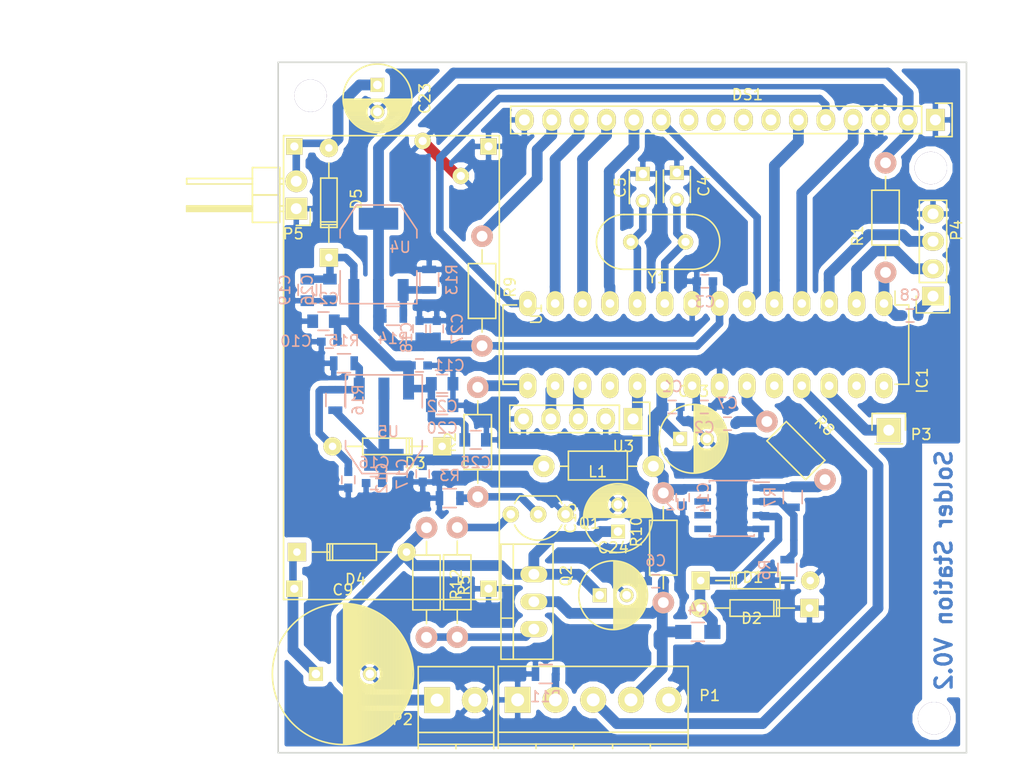
<source format=kicad_pcb>
(kicad_pcb (version 4) (host pcbnew no-vcs-found-product)
  (layers (0 F.Cu signal) (31 B.Cu mixed) (34 B.Paste user) (35 F.Paste user) (36 B.SilkS user) (37 F.SilkS user) (38 B.Mask user) (39 F.Mask user) (44 Edge.Cuts user))
  (net 0 "")
  (net 1 "Net-(C2-Pad1)")
  (net 2 +5V)
  (net 3 "Net-(DS1-Pad15)")
  (net 4 "Net-(Q1-Pad2)")
  (net 5 "Net-(R6-Pad1)")
  (net 6 "Net-(R7-Pad1)")
  (net 7 AVcc)
  (net 8 +24V)
  (net 9 "Net-(D1-Pad1)")
  (net 10 "Net-(C4-Pad2)")
  (net 11 "Net-(C5-Pad2)")
  (net 12 "Net-(C8-Pad2)")
  (net 13 "Net-(IC1-Pad26)")
  (net 14 GND)
  (net 15 /Tip)
  (net 16 /DTR)
  (net 17 /LCD_RS)
  (net 18 /LCD_RW)
  (net 19 /LCD_E)
  (net 20 /LCD_D4)
  (net 21 /LCD_D5)
  (net 22 /LCD_D6)
  (net 23 /LCD_D7)
  (net 24 /RX)
  (net 25 /TX)
  (net 26 /Heater+)
  (net 27 /Temp_sense)
  (net 28 /Heater_PWM)
  (net 29 /Button_push)
  (net 30 /Rotary_B)
  (net 31 /Rotary_A)
  (net 32 /Button_connected)
  (net 33 "Net-(Q2-Pad1)")
  (net 34 "Net-(Q1-Pad3)")
  (net 35 +12V)
  (net 36 +5VA)
  (net 37 "Net-(R13-Pad1)")
  (net 38 "Net-(C12-Pad1)")
  (net 39 +12VA)
  (net 40 "Net-(C9-Pad1)")
  (module TO_SOT_Packages_SMD:SOT-223 (layer B.Cu) (at 114.3 97.548)
    (fp_text reference U5 (at 0.4 0.698) (layer B.SilkS) (effects (justify mirror)))
    (fp_text value AMS1117)
    (pad 4 smd rect (at 0 3.302) (size 3.6576 2.032) (layers B.Cu B.Paste B.Mask) (net 36 +5VA))
    (pad 2 smd rect (at 0 -3.302) (size 1.016 2.032) (layers B.Cu B.Paste B.Mask) (net 36 +5VA))
    (pad 3 smd rect (at 2.286 -3.302) (size 1.016 2.032) (layers B.Cu B.Paste B.Mask) (net 39 +12VA))
    (pad 1 smd rect (at -2.286 -3.302) (size 1.016 2.032) (layers B.Cu B.Paste B.Mask) (net 38 "Net-(C12-Pad1)"))
  )
  (module TO_SOT_Packages_SMD:SOT-223 (layer B.Cu) (at 113.8 81.802 180)
    (fp_text reference U4 (at -2 0.652 180) (layer B.SilkS) (effects (justify mirror)))
    (fp_text value AMS1117)
    (pad 4 smd rect (at 0 3.302 180) (size 3.6576 2.032) (layers B.Cu B.Paste B.Mask) (net 2 +5V))
    (pad 2 smd rect (at 0 -3.302 180) (size 1.016 2.032) (layers B.Cu B.Paste B.Mask) (net 2 +5V))
    (pad 3 smd rect (at 2.286 -3.302 180) (size 1.016 2.032) (layers B.Cu B.Paste B.Mask) (net 39 +12VA))
    (pad 1 smd rect (at -2.286 -3.302 180) (size 1.016 2.032) (layers B.Cu B.Paste B.Mask) (net 37 "Net-(R13-Pad1)"))
  )
  (module Capacitors_SMD:C_0805 (layer B.Cu) (at 119.7 95.8)
    (fp_text reference C20 (at 0 2.1) (layer B.SilkS) (effects (justify mirror)))
    (fp_text value "10µF 16V")
    (pad 1 smd rect (at -1 0) (size 1 1.25) (layers B.Cu B.Paste B.Mask) (net 39 +12VA))
    (pad 2 smd rect (at 1 0) (size 1 1.25) (layers B.Cu B.Paste B.Mask) (net 14 GND))
  )
  (module Capacitors_ThroughHole:C_Radial_D6.3_L11.2_P2.5 (layer F.Cu) (at 113.7 66.1 270)
    (fp_text reference C23 (at 1.25 -4.4 270) (layer F.SilkS))
    (fp_text value 220µF)
    (pad 2 thru_hole circle (at 2.5 0 270) (size 1.3 1.3) (drill 0.8) (layers *.Cu *.Mask F.SilkS) (net 14 GND))
    (pad 1 thru_hole rect (at 0 0 270) (size 1.3 1.3) (drill 0.8) (layers *.Cu *.Mask F.SilkS) (net 35 +12V))
  )
  (module Diodes_ThroughHole:Diode_DO-35_SOD27_Horizontal_RM10 (layer F.Cu) (at 106.23948 109.40254)
    (fp_text reference D4 (at 5.43052 2.53746) (layer F.SilkS))
    (fp_text value D)
    (pad 2 thru_hole circle (at 10.16052 -0.00254 180) (size 1.69926 1.69926) (drill 0.70104) (layers *.Cu *.Mask F.SilkS) (net 8 +24V))
    (pad 1 thru_hole rect (at 0.00052 -0.00254 180) (size 1.69926 1.69926) (drill 0.70104) (layers *.Cu *.Mask F.SilkS) (net 40 "Net-(C9-Pad1)"))
  )
  (module Capacitors_SMD:C_0603 (layer B.Cu) (at 109.25 89.9 180)
    (fp_text reference C10 (at 3.1 0.05 180) (layer B.SilkS) (effects (justify mirror)))
    (fp_text value 100nF)
    (pad 1 smd rect (at -0.75 0 180) (size 0.8 0.75) (layers B.Cu B.Paste B.Mask) (net 39 +12VA))
    (pad 2 smd rect (at 0.75 0 180) (size 0.8 0.75) (layers B.Cu B.Paste B.Mask) (net 14 GND))
  )
  (module Terminal_Blocks:TerminalBlock_Pheonix_PT-3.5mm_2pol (layer F.Cu) (at 119.23 123.12)
    (fp_text reference P2 (at -3.2 1.8) (layer F.SilkS))
    (fp_text value CONN_01X02)
    (pad 2 thru_hole circle (at 3.5 0) (size 2.4 2.4) (drill 1.2) (layers *.Cu *.Mask F.SilkS) (net 14 GND))
    (pad 1 thru_hole rect (at 0 0) (size 2.4 2.4) (drill 1.2) (layers *.Cu *.Mask F.SilkS) (net 8 +24V))
  )
  (module Capacitors_ThroughHole:C_Radial_D13_L21_P5 (layer F.Cu) (at 108 120.7)
    (fp_text reference C9 (at 2.5 -7.8) (layer F.SilkS))
    (fp_text value 1mF)
    (pad 1 thru_hole rect (at 0 0) (size 1.3 1.3) (drill 0.8) (layers *.Cu *.Mask F.SilkS) (net 40 "Net-(C9-Pad1)"))
    (pad 2 thru_hole circle (at 5 0) (size 1.3 1.3) (drill 0.8) (layers *.Cu *.Mask F.SilkS) (net 14 GND))
  )
  (module Housings_SOIC:SOIC-8_3.9x4.9mm_Pitch1.27mm (layer B.Cu) (at 146.55 105.35 180)
    (fp_text reference U2 (at 5.202 0.332 180) (layer B.SilkS) (effects (justify mirror)))
    (fp_text value AD8572)
    (pad 1 smd rect (at -2.7 1.905 180) (size 1.55 0.6) (layers B.Cu B.Paste B.Mask) (net 6 "Net-(R7-Pad1)"))
    (pad 2 smd rect (at -2.7 0.635 180) (size 1.55 0.6) (layers B.Cu B.Paste B.Mask) (net 5 "Net-(R6-Pad1)"))
    (pad 3 smd rect (at -2.7 -0.635 180) (size 1.55 0.6) (layers B.Cu B.Paste B.Mask) (net 9 "Net-(D1-Pad1)"))
    (pad 4 smd rect (at -2.7 -1.905 180) (size 1.55 0.6) (layers B.Cu B.Paste B.Mask) (net 14 GND))
    (pad 5 smd rect (at 2.7 -1.905 180) (size 1.55 0.6) (layers B.Cu B.Paste B.Mask))
    (pad 6 smd rect (at 2.7 -0.635 180) (size 1.55 0.6) (layers B.Cu B.Paste B.Mask))
    (pad 7 smd rect (at 2.7 0.635 180) (size 1.55 0.6) (layers B.Cu B.Paste B.Mask))
    (pad 8 smd rect (at 2.7 1.905 180) (size 1.55 0.6) (layers B.Cu B.Paste B.Mask) (net 7 AVcc))
  )
  (module Mounting_Holes:MountingHole_3mm (layer F.Cu) (at 165 73.8)
    (fp_text reference Hole1 hide)
    (fp_text value MountingHole_3mm)
    (pad 1 thru_hole circle (at 0 0) (size 3 3) (drill 3) (layers))
  )
  (module TO_SOT_Packages_THT:TO-220_Neutral123_Vertical (layer F.Cu) (at 128.2 114 90)
    (fp_text reference Q2 (at 2.4 3 90) (layer F.SilkS))
    (fp_text value IRF4905)
    (pad 2 thru_hole oval (at 0 0 180) (size 2.49936 1.50114) (drill 1.00076) (layers *.Cu *.Mask F.SilkS) (net 26 /Heater+))
    (pad 1 thru_hole oval (at -2.54 0 180) (size 2.49936 1.50114) (drill 1.00076) (layers *.Cu *.Mask F.SilkS) (net 33 "Net-(Q2-Pad1)"))
    (pad 3 thru_hole oval (at 2.54 0 180) (size 2.49936 1.50114) (drill 1.00076) (layers *.Cu *.Mask F.SilkS) (net 8 +24V))
  )
  (module Pin_Headers:Pin_Header_Straight_1x04 (layer F.Cu) (at 165.2 85.68 180)
    (fp_text reference P4 (at -2.19 6.11 270) (layer F.SilkS))
    (fp_text value UART)
    (pad 1 thru_hole rect (at 0 0 180) (size 2.032 1.7272) (drill 1.016) (layers *.Cu *.Mask F.SilkS) (net 16 /DTR))
    (pad 2 thru_hole oval (at 0 2.54 180) (size 2.032 1.7272) (drill 1.016) (layers *.Cu *.Mask F.SilkS) (net 24 /RX))
    (pad 3 thru_hole oval (at 0 5.08 180) (size 2.032 1.7272) (drill 1.016) (layers *.Cu *.Mask F.SilkS) (net 25 /TX))
    (pad 4 thru_hole oval (at 0 7.62 180) (size 2.032 1.7272) (drill 1.016) (layers *.Cu *.Mask F.SilkS) (net 14 GND))
  )
  (module Terminal_Blocks:TerminalBlock_Pheonix_PT-3.5mm_5pol (layer F.Cu) (at 126.7 123.1)
    (fp_text reference P1 (at 17.8 -0.4) (layer F.SilkS))
    (fp_text value CONN_01X05)
    (pad 2 thru_hole circle (at 3.5 0) (size 2.4 2.4) (drill 1.2) (layers *.Cu *.Mask F.SilkS) (net 15 /Tip))
    (pad 1 thru_hole rect (at 0 0) (size 2.4 2.4) (drill 1.2) (layers *.Cu *.Mask F.SilkS) (net 14 GND))
    (pad 3 thru_hole circle (at 7 0) (size 2.4 2.4) (drill 1.2) (layers *.Cu *.Mask F.SilkS) (net 32 /Button_connected))
    (pad 4 thru_hole circle (at 10.5 0) (size 2.4 2.4) (drill 1.2) (layers *.Cu *.Mask F.SilkS) (net 26 /Heater+))
    (pad 5 thru_hole circle (at 14 0) (size 2.4 2.4) (drill 1.2) (layers *.Cu *.Mask F.SilkS) (net 14 GND))
  )
  (module Housings_DIP:DIP-28_W7.62mm_LongPads (layer F.Cu) (at 160.655 86.36 270)
    (fp_text reference IC1 (at 7.14 -3.545 270) (layer F.SilkS))
    (fp_text value ATMEGA328-P)
    (pad 1 thru_hole oval (at 0 0 270) (size 2.3 1.6) (drill 0.8) (layers *.Cu *.Mask F.SilkS) (net 12 "Net-(C8-Pad2)"))
    (pad 2 thru_hole oval (at 0 2.54 270) (size 2.3 1.6) (drill 0.8) (layers *.Cu *.Mask F.SilkS) (net 24 /RX))
    (pad 3 thru_hole oval (at 0 5.08 270) (size 2.3 1.6) (drill 0.8) (layers *.Cu *.Mask F.SilkS) (net 25 /TX))
    (pad 4 thru_hole oval (at 0 7.62 270) (size 2.3 1.6) (drill 0.8) (layers *.Cu *.Mask F.SilkS) (net 17 /LCD_RS))
    (pad 5 thru_hole oval (at 0 10.16 270) (size 2.3 1.6) (drill 0.8) (layers *.Cu *.Mask F.SilkS) (net 19 /LCD_E))
    (pad 6 thru_hole oval (at 0 12.7 270) (size 2.3 1.6) (drill 0.8) (layers *.Cu *.Mask F.SilkS) (net 20 /LCD_D4))
    (pad 7 thru_hole oval (at 0 15.24 270) (size 2.3 1.6) (drill 0.8) (layers *.Cu *.Mask F.SilkS) (net 2 +5V))
    (pad 8 thru_hole oval (at 0 17.78 270) (size 2.3 1.6) (drill 0.8) (layers *.Cu *.Mask F.SilkS) (net 14 GND))
    (pad 9 thru_hole oval (at 0 20.32 270) (size 2.3 1.6) (drill 0.8) (layers *.Cu *.Mask F.SilkS) (net 10 "Net-(C4-Pad2)"))
    (pad 10 thru_hole oval (at 0 22.86 270) (size 2.3 1.6) (drill 0.8) (layers *.Cu *.Mask F.SilkS) (net 11 "Net-(C5-Pad2)"))
    (pad 11 thru_hole oval (at 0 25.4 270) (size 2.3 1.6) (drill 0.8) (layers *.Cu *.Mask F.SilkS) (net 21 /LCD_D5))
    (pad 12 thru_hole oval (at 0 27.94 270) (size 2.3 1.6) (drill 0.8) (layers *.Cu *.Mask F.SilkS) (net 22 /LCD_D6))
    (pad 13 thru_hole oval (at 0 30.48 270) (size 2.3 1.6) (drill 0.8) (layers *.Cu *.Mask F.SilkS) (net 23 /LCD_D7))
    (pad 14 thru_hole oval (at 0 33.02 270) (size 2.3 1.6) (drill 0.8) (layers *.Cu *.Mask F.SilkS) (net 18 /LCD_RW))
    (pad 15 thru_hole oval (at 7.62 33.02 270) (size 2.3 1.6) (drill 0.8) (layers *.Cu *.Mask F.SilkS) (net 28 /Heater_PWM))
    (pad 16 thru_hole oval (at 7.62 30.48 270) (size 2.3 1.6) (drill 0.8) (layers *.Cu *.Mask F.SilkS) (net 29 /Button_push))
    (pad 17 thru_hole oval (at 7.62 27.94 270) (size 2.3 1.6) (drill 0.8) (layers *.Cu *.Mask F.SilkS) (net 30 /Rotary_B))
    (pad 18 thru_hole oval (at 7.62 25.4 270) (size 2.3 1.6) (drill 0.8) (layers *.Cu *.Mask F.SilkS))
    (pad 19 thru_hole oval (at 7.62 22.86 270) (size 2.3 1.6) (drill 0.8) (layers *.Cu *.Mask F.SilkS) (net 31 /Rotary_A))
    (pad 20 thru_hole oval (at 7.62 20.32 270) (size 2.3 1.6) (drill 0.8) (layers *.Cu *.Mask F.SilkS) (net 7 AVcc))
    (pad 21 thru_hole oval (at 7.62 17.78 270) (size 2.3 1.6) (drill 0.8) (layers *.Cu *.Mask F.SilkS) (net 1 "Net-(C2-Pad1)"))
    (pad 22 thru_hole oval (at 7.62 15.24 270) (size 2.3 1.6) (drill 0.8) (layers *.Cu *.Mask F.SilkS) (net 14 GND))
    (pad 23 thru_hole oval (at 7.62 12.7 270) (size 2.3 1.6) (drill 0.8) (layers *.Cu *.Mask F.SilkS) (net 27 /Temp_sense))
    (pad 24 thru_hole oval (at 7.62 10.16 270) (size 2.3 1.6) (drill 0.8) (layers *.Cu *.Mask F.SilkS))
    (pad 25 thru_hole oval (at 7.62 7.62 270) (size 2.3 1.6) (drill 0.8) (layers *.Cu *.Mask F.SilkS) (net 32 /Button_connected))
    (pad 26 thru_hole oval (at 7.62 5.08 270) (size 2.3 1.6) (drill 0.8) (layers *.Cu *.Mask F.SilkS) (net 13 "Net-(IC1-Pad26)"))
    (pad 27 thru_hole oval (at 7.62 2.54 270) (size 2.3 1.6) (drill 0.8) (layers *.Cu *.Mask F.SilkS))
    (pad 28 thru_hole oval (at 7.62 0 270) (size 2.3 1.6) (drill 0.8) (layers *.Cu *.Mask F.SilkS))
  )
  (module Choke_Axial_ThroughHole:Choke_Horizontal_RM10mm (layer F.Cu) (at 134.118 101.444)
    (fp_text reference L1 (at 0 0.508) (layer F.SilkS))
    (fp_text value 10µH)
    (pad 1 thru_hole circle (at -5.00126 0) (size 1.99898 1.99898) (drill 1.00076) (layers *.Cu *.Mask F.SilkS) (net 36 +5VA))
    (pad 2 thru_hole circle (at 5.15874 0) (size 1.99898 1.99898) (drill 1.00076) (layers *.Cu *.Mask F.SilkS) (net 7 AVcc))
  )
  (module Diodes_ThroughHole:Diode_DO-35_SOD27_Horizontal_RM10 (layer F.Cu) (at 143.65948 112.04254)
    (fp_text reference D1 (at 4.85052 -0.30254) (layer F.SilkS))
    (fp_text value D)
    (pad 2 thru_hole circle (at 10.16052 -0.00254 180) (size 1.69926 1.69926) (drill 0.70104) (layers *.Cu *.Mask F.SilkS) (net 14 GND))
    (pad 1 thru_hole rect (at 0.00052 -0.00254 180) (size 1.69926 1.69926) (drill 0.70104) (layers *.Cu *.Mask F.SilkS) (net 9 "Net-(D1-Pad1)"))
  )
  (module Resistors_ThroughHole:Resistor_Horizontal_RM10mm (layer F.Cu) (at 140.2 109 90)
    (fp_text reference R10 (at 1.5 -2.5 90) (layer F.SilkS))
    (fp_text value 300kΩ)
    (pad 1 thru_hole circle (at -5.08 0 90) (size 1.99898 1.99898) (drill 1.00076) (layers *.Cu *.SilkS *.Mask) (net 26 /Heater+))
    (pad 2 thru_hole circle (at 5.08 0 90) (size 1.99898 1.99898) (drill 1.00076) (layers *.Cu *.SilkS *.Mask) (net 7 AVcc))
  )
  (module Pin_Headers:Pin_Header_Straight_1x16 (layer F.Cu) (at 165.42 69.34 270)
    (fp_text reference DS1 (at -2.34 17.42 360) (layer F.SilkS))
    (fp_text value LCD-016N002L)
    (pad 1 thru_hole rect (at 0 0 270) (size 2.032 1.7272) (drill 1.016) (layers *.Cu *.Mask F.SilkS) (net 14 GND))
    (pad 2 thru_hole oval (at 0 2.54 270) (size 2.032 1.7272) (drill 1.016) (layers *.Cu *.Mask F.SilkS) (net 2 +5V))
    (pad 3 thru_hole oval (at 0 5.08 270) (size 2.032 1.7272) (drill 1.016) (layers *.Cu *.Mask F.SilkS) (net 14 GND))
    (pad 4 thru_hole oval (at 0 7.62 270) (size 2.032 1.7272) (drill 1.016) (layers *.Cu *.Mask F.SilkS) (net 17 /LCD_RS))
    (pad 5 thru_hole oval (at 0 10.16 270) (size 2.032 1.7272) (drill 1.016) (layers *.Cu *.Mask F.SilkS) (net 18 /LCD_RW))
    (pad 6 thru_hole oval (at 0 12.7 270) (size 2.032 1.7272) (drill 1.016) (layers *.Cu *.Mask F.SilkS) (net 19 /LCD_E))
    (pad 7 thru_hole oval (at 0 15.24 270) (size 2.032 1.7272) (drill 1.016) (layers *.Cu *.Mask F.SilkS))
    (pad 8 thru_hole oval (at 0 17.78 270) (size 2.032 1.7272) (drill 1.016) (layers *.Cu *.Mask F.SilkS))
    (pad 9 thru_hole oval (at 0 20.32 270) (size 2.032 1.7272) (drill 1.016) (layers *.Cu *.Mask F.SilkS))
    (pad 10 thru_hole oval (at 0 22.86 270) (size 2.032 1.7272) (drill 1.016) (layers *.Cu *.Mask F.SilkS))
    (pad 11 thru_hole oval (at 0 25.4 270) (size 2.032 1.7272) (drill 1.016) (layers *.Cu *.Mask F.SilkS) (net 20 /LCD_D4))
    (pad 12 thru_hole oval (at 0 27.94 270) (size 2.032 1.7272) (drill 1.016) (layers *.Cu *.Mask F.SilkS) (net 21 /LCD_D5))
    (pad 13 thru_hole oval (at 0 30.48 270) (size 2.032 1.7272) (drill 1.016) (layers *.Cu *.Mask F.SilkS) (net 22 /LCD_D6))
    (pad 14 thru_hole oval (at 0 33.02 270) (size 2.032 1.7272) (drill 1.016) (layers *.Cu *.Mask F.SilkS) (net 23 /LCD_D7))
    (pad 15 thru_hole oval (at 0 35.56 270) (size 2.032 1.7272) (drill 1.016) (layers *.Cu *.Mask F.SilkS) (net 3 "Net-(DS1-Pad15)"))
    (pad 16 thru_hole oval (at 0 38.1 270) (size 2.032 1.7272) (drill 1.016) (layers *.Cu *.Mask F.SilkS) (net 14 GND))
  )
  (module Crystals:HC-49V (layer F.Cu) (at 139.72 80.65 180)
    (fp_text reference Y1 (at 0.07 -3.315 180) (layer F.SilkS))
    (fp_text value 16MHz)
    (pad 1 thru_hole circle (at -2.54 0 180) (size 1.4224 1.4224) (drill 0.762) (layers *.Cu *.Mask F.SilkS) (net 10 "Net-(C4-Pad2)"))
    (pad 2 thru_hole circle (at 2.54 0 180) (size 1.4224 1.4224) (drill 0.762) (layers *.Cu *.Mask F.SilkS) (net 11 "Net-(C5-Pad2)"))
  )
  (module Resistors_ThroughHole:Resistor_Horizontal_RM10mm (layer F.Cu) (at 123.4 85.2 270)
    (fp_text reference R9 (at -0.35 -2.6 270) (layer F.SilkS))
    (fp_text value R)
    (pad 1 thru_hole circle (at -5.08 0 270) (size 1.99898 1.99898) (drill 1.00076) (layers *.Cu *.SilkS *.Mask) (net 3 "Net-(DS1-Pad15)"))
    (pad 2 thru_hole circle (at 5.08 0 270) (size 1.99898 1.99898) (drill 1.00076) (layers *.Cu *.SilkS *.Mask) (net 2 +5V))
  )
  (module Resistors_ThroughHole:Resistor_Horizontal_RM10mm (layer F.Cu) (at 123 99.2 90)
    (fp_text reference R2 (at -0.026 -2.551 90) (layer F.SilkS))
    (fp_text value 1kΩ)
    (pad 1 thru_hole circle (at -5.08 0 90) (size 1.99898 1.99898) (drill 1.00076) (layers *.Cu *.SilkS *.Mask) (net 4 "Net-(Q1-Pad2)"))
    (pad 2 thru_hole circle (at 5.08 0 90) (size 1.99898 1.99898) (drill 1.00076) (layers *.Cu *.SilkS *.Mask) (net 28 /Heater_PWM))
  )
  (module Capacitors_ThroughHole:C_Disc_D3_P2.5 (layer F.Cu) (at 141.46 74.24 270)
    (fp_text reference C4 (at 1.25 -2.5 270) (layer F.SilkS))
    (fp_text value 22pF)
    (pad 1 thru_hole rect (at 0 0 270) (size 1.3 1.3) (drill 0.8) (layers *.Cu *.Mask F.SilkS) (net 14 GND))
    (pad 2 thru_hole circle (at 2.5 0 270) (size 1.3 1.3) (drill 0.8001) (layers *.Cu *.Mask F.SilkS) (net 10 "Net-(C4-Pad2)"))
  )
  (module Capacitors_ThroughHole:C_Disc_D3_P2.5 (layer F.Cu) (at 138.3 74.35 270)
    (fp_text reference C5 (at 1.25 2.1 270) (layer F.SilkS))
    (fp_text value 22pF)
    (pad 1 thru_hole rect (at 0 0 270) (size 1.3 1.3) (drill 0.8) (layers *.Cu *.Mask F.SilkS) (net 14 GND))
    (pad 2 thru_hole circle (at 2.5 0 270) (size 1.3 1.3) (drill 0.8001) (layers *.Cu *.Mask F.SilkS) (net 11 "Net-(C5-Pad2)"))
  )
  (module Resistors_ThroughHole:Resistor_Horizontal_RM10mm (layer F.Cu) (at 160.8 78.4 270)
    (fp_text reference R1 (at 1.7 2.6 270) (layer F.SilkS))
    (fp_text value 10kΩ)
    (pad 1 thru_hole circle (at -5.08 0 270) (size 1.99898 1.99898) (drill 1.00076) (layers *.Cu *.SilkS *.Mask) (net 2 +5V))
    (pad 2 thru_hole circle (at 5.08 0 270) (size 1.99898 1.99898) (drill 1.00076) (layers *.Cu *.SilkS *.Mask) (net 12 "Net-(C8-Pad2)"))
  )
  (module TO_SOT_Packages_THT:TO-92_Inline_Wide (layer F.Cu) (at 131.14 105.9 180)
    (fp_text reference Q1 (at -2.216 -0.816 360) (layer F.SilkS))
    (fp_text value 2N7000)
    (pad 2 thru_hole circle (at 2.54 0 270) (size 1.524 1.524) (drill 0.8) (layers *.Cu *.Mask F.SilkS) (net 4 "Net-(Q1-Pad2)"))
    (pad 3 thru_hole circle (at 5.08 0 270) (size 1.524 1.524) (drill 0.8) (layers *.Cu *.Mask F.SilkS) (net 34 "Net-(Q1-Pad3)"))
    (pad 1 thru_hole circle (at 0 0 270) (size 1.524 1.524) (drill 0.8) (layers *.Cu *.Mask F.SilkS) (net 14 GND))
  )
  (module Diodes_ThroughHole:Diode_DO-35_SOD27_Horizontal_RM10 (layer F.Cu) (at 153.75052 114.58746 180)
    (fp_text reference D2 (at 5.36052 -0.95254 180) (layer F.SilkS))
    (fp_text value D)
    (pad 2 thru_hole circle (at 10.16052 -0.00254) (size 1.69926 1.69926) (drill 0.70104) (layers *.Cu *.Mask F.SilkS) (net 9 "Net-(D1-Pad1)"))
    (pad 1 thru_hole rect (at 0.00052 -0.00254) (size 1.69926 1.69926) (drill 0.70104) (layers *.Cu *.Mask F.SilkS) (net 14 GND))
  )
  (module Pin_Headers:Pin_Header_Straight_1x05 (layer F.Cu) (at 137.4 97.06 270)
    (fp_text reference U3 (at 2.54 0.9 360) (layer F.SilkS))
    (fp_text value EC11)
    (pad 1 thru_hole rect (at 0 0 270) (size 2.032 1.7272) (drill 1.016) (layers *.Cu *.Mask F.SilkS) (net 31 /Rotary_A))
    (pad 2 thru_hole oval (at 0 2.54 270) (size 2.032 1.7272) (drill 1.016) (layers *.Cu *.Mask F.SilkS) (net 14 GND))
    (pad 3 thru_hole oval (at 0 5.08 270) (size 2.032 1.7272) (drill 1.016) (layers *.Cu *.Mask F.SilkS) (net 30 /Rotary_B))
    (pad 4 thru_hole oval (at 0 7.62 270) (size 2.032 1.7272) (drill 1.016) (layers *.Cu *.Mask F.SilkS) (net 29 /Button_push))
    (pad 5 thru_hole oval (at 0 10.16 270) (size 2.032 1.7272) (drill 1.016) (layers *.Cu *.Mask F.SilkS) (net 14 GND))
  )
  (module my_footprints:Pad (layer F.Cu) (at 121.43 74.54)
    (fp_text reference REF**2 hide)
    (fp_text value Pad)
    (pad 1 thru_hole circle (at 0 0) (size 1.524 1.524) (drill 0.762) (layers *.Cu *.Mask F.SilkS) (net 14 GND))
  )
  (module my_footprints:Pad (layer F.Cu) (at 117.89 71.29)
    (fp_text reference REF**1 hide)
    (fp_text value Pad)
    (pad 1 thru_hole circle (at 0 0) (size 1.524 1.524) (drill 0.762) (layers *.Cu *.Mask F.SilkS) (net 14 GND))
  )
  (module Pin_Headers:Pin_Header_Straight_1x01 (layer F.Cu) (at 161.1 98.1)
    (fp_text reference P3 (at 3 0.4) (layer F.SilkS))
    (fp_text value Standby)
    (pad 1 thru_hole rect (at 0 0) (size 2.2352 2.2352) (drill 1.016) (layers *.Cu *.Mask F.SilkS) (net 13 "Net-(IC1-Pad26)"))
  )
  (module Mounting_Holes:MountingHole_3mm (layer F.Cu) (at 107.5 67.1)
    (fp_text reference Hole3 hide)
    (fp_text value MountingHole_3mm)
    (pad 1 thru_hole circle (at 0 0) (size 3 3) (drill 3) (layers))
  )
  (module Mounting_Holes:MountingHole_3mm (layer F.Cu) (at 165.3 124.8)
    (fp_text reference Hole1 hide)
    (fp_text value MountingHole_3mm)
    (pad 1 thru_hole circle (at 0 0) (size 3 3) (drill 3) (layers))
  )
  (module Resistors_ThroughHole:Resistor_Horizontal_RM10mm (layer F.Cu) (at 121.1 112.2 90)
    (fp_text reference R12 (at -0.2 -0.1 90) (layer F.SilkS))
    (fp_text value 1kΩ)
    (pad 1 thru_hole circle (at -5.08 0 90) (size 1.99898 1.99898) (drill 1.00076) (layers *.Cu *.SilkS *.Mask) (net 33 "Net-(Q2-Pad1)"))
    (pad 2 thru_hole circle (at 5.08 0 90) (size 1.99898 1.99898) (drill 1.00076) (layers *.Cu *.SilkS *.Mask) (net 34 "Net-(Q1-Pad3)"))
  )
  (module Diodes_ThroughHole:Diode_DO-35_SOD27_Horizontal_RM10 (layer F.Cu) (at 119.7 99.6 180)
    (fp_text reference D3 (at 2.5 -1.55 180) (layer F.SilkS))
    (fp_text value D)
    (pad 2 thru_hole circle (at 10.16052 -0.00254) (size 1.69926 1.69926) (drill 0.70104) (layers *.Cu *.Mask F.SilkS) (net 38 "Net-(C12-Pad1)"))
    (pad 1 thru_hole rect (at 0.00052 -0.00254) (size 1.69926 1.69926) (drill 0.70104) (layers *.Cu *.Mask F.SilkS) (net 36 +5VA))
  )
  (module Pin_Headers:Pin_Header_Angled_1x02 (layer F.Cu) (at 106.178 77.568 180)
    (fp_text reference P5 (at 0.278 -2.332 180) (layer F.SilkS))
    (fp_text value 12V_Out)
    (pad 1 thru_hole rect (at 0 0 180) (size 2.032 2.032) (drill 1.016) (layers *.Cu *.Mask F.SilkS) (net 14 GND))
    (pad 2 thru_hole oval (at 0 2.54 180) (size 2.032 2.032) (drill 1.016) (layers *.Cu *.Mask F.SilkS) (net 35 +12V))
  )
  (module Resistors_SMD:R_0805_HandSoldering (layer B.Cu) (at 143.4 116.8 180)
    (fp_text reference R4 (at 0 2.1 180) (layer B.SilkS) (effects (justify mirror)))
    (fp_text value 6.7kΩ)
    (pad 1 smd rect (at -1.35 0 180) (size 1.5 1.3) (layers B.Cu B.Paste B.Mask) (net 9 "Net-(D1-Pad1)"))
    (pad 2 smd rect (at 1.35 0 180) (size 1.5 1.3) (layers B.Cu B.Paste B.Mask) (net 26 /Heater+))
  )
  (module Capacitors_SMD:C_0603 (layer B.Cu) (at 141.025 95.95 180)
    (fp_text reference C1 (at 0 1.9 180) (layer B.SilkS) (effects (justify mirror)))
    (fp_text value 100nF)
    (pad 1 smd rect (at -0.75 0 180) (size 0.8 0.75) (layers B.Cu B.Paste B.Mask) (net 14 GND))
    (pad 2 smd rect (at 0.75 0 180) (size 0.8 0.75) (layers B.Cu B.Paste B.Mask) (net 7 AVcc))
  )
  (module Capacitors_SMD:C_0603 (layer B.Cu) (at 144 95.95)
    (fp_text reference C2 (at 0 1.9) (layer B.SilkS) (effects (justify mirror)))
    (fp_text value 100nF)
    (pad 1 smd rect (at -0.75 0) (size 0.8 0.75) (layers B.Cu B.Paste B.Mask) (net 1 "Net-(C2-Pad1)"))
    (pad 2 smd rect (at 0.75 0) (size 0.8 0.75) (layers B.Cu B.Paste B.Mask) (net 14 GND))
  )
  (module Capacitors_SMD:C_0603 (layer B.Cu) (at 144.05 84.3)
    (fp_text reference C3 (at 0 1.9) (layer B.SilkS) (effects (justify mirror)))
    (fp_text value 100nF)
    (pad 1 smd rect (at -0.75 0) (size 0.8 0.75) (layers B.Cu B.Paste B.Mask) (net 14 GND))
    (pad 2 smd rect (at 0.75 0) (size 0.8 0.75) (layers B.Cu B.Paste B.Mask) (net 2 +5V))
  )
  (module Capacitors_SMD:C_0603 (layer B.Cu) (at 163.075 87.475 180)
    (fp_text reference C8 (at 0 1.9 180) (layer B.SilkS) (effects (justify mirror)))
    (fp_text value 100nF)
    (pad 1 smd rect (at -0.75 0 180) (size 0.8 0.75) (layers B.Cu B.Paste B.Mask) (net 16 /DTR))
    (pad 2 smd rect (at 0.75 0 180) (size 0.8 0.75) (layers B.Cu B.Paste B.Mask) (net 12 "Net-(C8-Pad2)"))
  )
  (module Capacitors_SMD:C_0603 (layer B.Cu) (at 117.6 92.1)
    (fp_text reference C11 (at 2.75 0) (layer B.SilkS) (effects (justify mirror)))
    (fp_text value 100nF)
    (pad 1 smd rect (at -0.75 0) (size 0.8 0.75) (layers B.Cu B.Paste B.Mask) (net 39 +12VA))
    (pad 2 smd rect (at 0.75 0) (size 0.8 0.75) (layers B.Cu B.Paste B.Mask) (net 14 GND))
  )
  (module Capacitors_SMD:C_0603 (layer B.Cu) (at 111 102.7 270)
    (fp_text reference C12 (at -0.15 -3.1 270) (layer B.SilkS) (effects (justify mirror)))
    (fp_text value 10µF)
    (pad 1 smd rect (at -0.75 0 270) (size 0.8 0.75) (layers B.Cu B.Paste B.Mask) (net 38 "Net-(C12-Pad1)"))
    (pad 2 smd rect (at 0.75 0 270) (size 0.8 0.75) (layers B.Cu B.Paste B.Mask) (net 14 GND))
  )
  (module Resistors_SMD:R_0805 (layer B.Cu) (at 151.7 111.05 270)
    (fp_text reference R6 (at 0 2.1 270) (layer B.SilkS) (effects (justify mirror)))
    (fp_text value 1kΩ)
    (pad 1 smd rect (at -0.95 0 270) (size 0.7 1.3) (layers B.Cu B.Paste B.Mask) (net 5 "Net-(R6-Pad1)"))
    (pad 2 smd rect (at 0.95 0 270) (size 0.7 1.3) (layers B.Cu B.Paste B.Mask) (net 14 GND))
  )
  (module Resistors_SMD:R_0805 (layer B.Cu) (at 152.2 104.3 270)
    (fp_text reference R7 (at 0 2.1 270) (layer B.SilkS) (effects (justify mirror)))
    (fp_text value 100kΩ)
    (pad 1 smd rect (at -0.95 0 270) (size 0.7 1.3) (layers B.Cu B.Paste B.Mask) (net 6 "Net-(R7-Pad1)"))
    (pad 2 smd rect (at 0.95 0 270) (size 0.7 1.3) (layers B.Cu B.Paste B.Mask) (net 5 "Net-(R6-Pad1)"))
  )
  (module Capacitors_SMD:C_0603 (layer B.Cu) (at 142 104.35 90)
    (fp_text reference C14 (at 0 1.9 90) (layer B.SilkS) (effects (justify mirror)))
    (fp_text value 100nF)
    (pad 1 smd rect (at -0.75 0 90) (size 0.8 0.75) (layers B.Cu B.Paste B.Mask) (net 14 GND))
    (pad 2 smd rect (at 0.75 0 90) (size 0.8 0.75) (layers B.Cu B.Paste B.Mask) (net 7 AVcc))
  )
  (module Resistors_ThroughHole:Resistor_Horizontal_RM10mm (layer F.Cu) (at 118.25 107.14 270)
    (fp_text reference R5 (at 5.32892 -3.50012 270) (layer F.SilkS))
    (fp_text value 1kΩ)
    (pad 1 thru_hole circle (at 0 0 270) (size 1.99898 1.99898) (drill 1.00076) (layers *.Cu *.SilkS *.Mask) (net 8 +24V))
    (pad 2 thru_hole circle (at 10.16 0 270) (size 1.99898 1.99898) (drill 1.00076) (layers *.Cu *.SilkS *.Mask) (net 33 "Net-(Q2-Pad1)"))
  )
  (module Resistors_SMD:R_0805 (layer B.Cu) (at 129.3 120.7)
    (fp_text reference R11 (at 0 2.1) (layer B.SilkS) (effects (justify mirror)))
    (fp_text value 1MΩ)
    (pad 1 smd rect (at -0.95 0) (size 0.7 1.3) (layers B.Cu B.Paste B.Mask) (net 14 GND))
    (pad 2 smd rect (at 0.95 0) (size 0.7 1.3) (layers B.Cu B.Paste B.Mask) (net 15 /Tip))
  )
  (module Capacitors_ThroughHole:C_Radial_D6.3_L11.2_P2.5 (layer F.Cu) (at 136 107.5 90)
    (fp_text reference C15 (at 1.25 -4.4 90) (layer F.SilkS))
    (fp_text value 1mF)
    (pad 2 thru_hole circle (at 2.5 0 90) (size 1.3 1.3) (drill 0.8) (layers *.Cu *.Mask F.SilkS) (net 14 GND))
    (pad 1 thru_hole rect (at 0 0 90) (size 1.3 1.3) (drill 0.8) (layers *.Cu *.Mask F.SilkS) (net 8 +24V))
  )
  (module Capacitors_ThroughHole:C_Radial_D6.3_L11.2_P2.5 (layer F.Cu) (at 141.75 98.9)
    (fp_text reference C13 (at 1.25 -4.4) (layer F.SilkS))
    (fp_text value CP)
    (pad 2 thru_hole circle (at 2.5 0) (size 1.3 1.3) (drill 0.8) (layers *.Cu *.Mask F.SilkS) (net 14 GND))
    (pad 1 thru_hole rect (at 0 0) (size 1.3 1.3) (drill 0.8) (layers *.Cu *.Mask F.SilkS) (net 7 AVcc))
  )
  (module Capacitors_SMD:C_0603 (layer B.Cu) (at 113.4 103 180)
    (fp_text reference C16 (at 0 1.9 180) (layer B.SilkS) (effects (justify mirror)))
    (fp_text value 100nF)
    (pad 1 smd rect (at -0.75 0 180) (size 0.8 0.75) (layers B.Cu B.Paste B.Mask) (net 36 +5VA))
    (pad 2 smd rect (at 0.75 0 180) (size 0.8 0.75) (layers B.Cu B.Paste B.Mask) (net 14 GND))
  )
  (module Capacitors_SMD:C_0603 (layer B.Cu) (at 117.9 102.15 270)
    (fp_text reference C17 (at 0 1.9 270) (layer B.SilkS) (effects (justify mirror)))
    (fp_text value 10µF)
    (pad 1 smd rect (at -0.75 0 270) (size 0.8 0.75) (layers B.Cu B.Paste B.Mask) (net 36 +5VA))
    (pad 2 smd rect (at 0.75 0 270) (size 0.8 0.75) (layers B.Cu B.Paste B.Mask) (net 14 GND))
  )
  (module Capacitors_SMD:C_0603 (layer B.Cu) (at 117.6 88.7 90)
    (fp_text reference C18 (at -0.8 -1.2 90) (layer B.SilkS) (effects (justify mirror)))
    (fp_text value 100nF)
    (pad 1 smd rect (at -0.75 0 90) (size 0.8 0.75) (layers B.Cu B.Paste B.Mask) (net 2 +5V))
    (pad 2 smd rect (at 0.75 0 90) (size 0.8 0.75) (layers B.Cu B.Paste B.Mask) (net 14 GND))
  )
  (module Resistors_SMD:R_0805 (layer B.Cu) (at 120.4 104.4 180)
    (fp_text reference R3 (at 0 2.1 180) (layer B.SilkS) (effects (justify mirror)))
    (fp_text value 10kΩ)
    (pad 1 smd rect (at -0.95 0 180) (size 0.7 1.3) (layers B.Cu B.Paste B.Mask) (net 4 "Net-(Q1-Pad2)"))
    (pad 2 smd rect (at 0.95 0 180) (size 0.7 1.3) (layers B.Cu B.Paste B.Mask) (net 14 GND))
  )
  (module Resistors_SMD:R_0805 (layer B.Cu) (at 118.5 84.15 90)
    (fp_text reference R13 (at 0 2.1 90) (layer B.SilkS) (effects (justify mirror)))
    (fp_text value 300Ω)
    (pad 1 smd rect (at -0.95 0 90) (size 0.7 1.3) (layers B.Cu B.Paste B.Mask) (net 37 "Net-(R13-Pad1)"))
    (pad 2 smd rect (at 0.95 0 90) (size 0.7 1.3) (layers B.Cu B.Paste B.Mask) (net 14 GND))
  )
  (module Resistors_SMD:R_0805 (layer B.Cu) (at 115.15 87.5)
    (fp_text reference R14 (at 0 2.1) (layer B.SilkS) (effects (justify mirror)))
    (fp_text value 100Ω)
    (pad 1 smd rect (at -0.95 0) (size 0.7 1.3) (layers B.Cu B.Paste B.Mask) (net 2 +5V))
    (pad 2 smd rect (at 0.95 0) (size 0.7 1.3) (layers B.Cu B.Paste B.Mask) (net 37 "Net-(R13-Pad1)"))
  )
  (module Resistors_SMD:R_0805 (layer B.Cu) (at 110.6 91.9 180)
    (fp_text reference R15 (at 0 2.1 180) (layer B.SilkS) (effects (justify mirror)))
    (fp_text value 300Ω)
    (pad 1 smd rect (at -0.95 0 180) (size 0.7 1.3) (layers B.Cu B.Paste B.Mask) (net 38 "Net-(C12-Pad1)"))
    (pad 2 smd rect (at 0.95 0 180) (size 0.7 1.3) (layers B.Cu B.Paste B.Mask) (net 14 GND))
  )
  (module Resistors_SMD:R_0805 (layer B.Cu) (at 109.8 95.3 90)
    (fp_text reference R16 (at 0 2.1 90) (layer B.SilkS) (effects (justify mirror)))
    (fp_text value 240Ω)
    (pad 1 smd rect (at -0.95 0 90) (size 0.7 1.3) (layers B.Cu B.Paste B.Mask) (net 36 +5VA))
    (pad 2 smd rect (at 0.95 0 90) (size 0.7 1.3) (layers B.Cu B.Paste B.Mask) (net 38 "Net-(C12-Pad1)"))
  )
  (module Diodes_ThroughHole:Diode_DO-35_SOD27_Horizontal_RM10 (layer F.Cu) (at 109.20254 82.10052 90)
    (fp_text reference D5 (at 5.43052 2.53746 90) (layer F.SilkS))
    (fp_text value D)
    (pad 2 thru_hole circle (at 10.16052 -0.00254 270) (size 1.69926 1.69926) (drill 0.70104) (layers *.Cu *.Mask F.SilkS) (net 35 +12V))
    (pad 1 thru_hole rect (at 0.00052 -0.00254 270) (size 1.69926 1.69926) (drill 0.70104) (layers *.Cu *.Mask F.SilkS) (net 39 +12VA))
  )
  (module Capacitors_ThroughHole:C_Radial_D6.3_L11.2_P2.5 (layer F.Cu) (at 134.3 113.4)
    (fp_text reference C24 (at 1.25 -4.4) (layer F.SilkS))
    (fp_text value 1mF)
    (pad 2 thru_hole circle (at 2.5 0) (size 1.3 1.3) (drill 0.8) (layers *.Cu *.Mask F.SilkS) (net 14 GND))
    (pad 1 thru_hole rect (at 0 0) (size 1.3 1.3) (drill 0.8) (layers *.Cu *.Mask F.SilkS) (net 8 +24V))
  )
  (module Capacitors_SMD:C_0805 (layer B.Cu) (at 107.2 85.1 270)
    (fp_text reference C19 (at 0 2.1 270) (layer B.SilkS) (effects (justify mirror)))
    (fp_text value "10µF 16V")
    (pad 1 smd rect (at -1 0 270) (size 1 1.25) (layers B.Cu B.Paste B.Mask) (net 39 +12VA))
    (pad 2 smd rect (at 1 0 270) (size 1 1.25) (layers B.Cu B.Paste B.Mask) (net 14 GND))
  )
  (module Capacitors_SMD:C_0805 (layer B.Cu) (at 108.7 88 180)
    (fp_text reference C21 (at 0 2.1 180) (layer B.SilkS) (effects (justify mirror)))
    (fp_text value "10µF 16V")
    (pad 1 smd rect (at -1 0 180) (size 1 1.25) (layers B.Cu B.Paste B.Mask) (net 39 +12VA))
    (pad 2 smd rect (at 1 0 180) (size 1 1.25) (layers B.Cu B.Paste B.Mask) (net 14 GND))
  )
  (module Capacitors_SMD:C_0805 (layer B.Cu) (at 119.7 93.8)
    (fp_text reference C22 (at 0 2.1) (layer B.SilkS) (effects (justify mirror)))
    (fp_text value "10µF 16V")
    (pad 1 smd rect (at -1 0) (size 1 1.25) (layers B.Cu B.Paste B.Mask) (net 39 +12VA))
    (pad 2 smd rect (at 1 0) (size 1 1.25) (layers B.Cu B.Paste B.Mask) (net 14 GND))
  )
  (module Capacitors_SMD:C_0805 (layer B.Cu) (at 122.8 99)
    (fp_text reference C25 (at 0 2.1) (layer B.SilkS) (effects (justify mirror)))
    (fp_text value "10µF 16V")
    (pad 1 smd rect (at -1 0) (size 1 1.25) (layers B.Cu B.Paste B.Mask) (net 39 +12VA))
    (pad 2 smd rect (at 1 0) (size 1 1.25) (layers B.Cu B.Paste B.Mask) (net 14 GND))
  )
  (module Capacitors_SMD:C_0805 (layer B.Cu) (at 109.3 85.1 270)
    (fp_text reference C26 (at 0 2.1 270) (layer B.SilkS) (effects (justify mirror)))
    (fp_text value "10µF 16V")
    (pad 1 smd rect (at -1 0 270) (size 1 1.25) (layers B.Cu B.Paste B.Mask) (net 39 +12VA))
    (pad 2 smd rect (at 1 0 270) (size 1 1.25) (layers B.Cu B.Paste B.Mask) (net 14 GND))
  )
  (module Capacitors_SMD:C_0603 (layer B.Cu) (at 119.2 88.7 90)
    (fp_text reference C27 (at 0 1.9 90) (layer B.SilkS) (effects (justify mirror)))
    (fp_text value 10µF)
    (pad 1 smd rect (at -0.75 0 90) (size 0.8 0.75) (layers B.Cu B.Paste B.Mask) (net 2 +5V))
    (pad 2 smd rect (at 0.75 0 90) (size 0.8 0.75) (layers B.Cu B.Paste B.Mask) (net 14 GND))
  )
  (module my_footprints:LM2596 (layer F.Cu) (at 106 112.8 90)
    (fp_text reference U1 (at 25.4644 22.4342 270) (layer F.SilkS))
    (fp_text value LM2596_module)
    (pad 1 thru_hole rect (at 0 0 90) (size 1.524 1.524) (drill 0.762) (layers *.Cu *.Mask F.SilkS) (net 40 "Net-(C9-Pad1)"))
    (pad 2 thru_hole rect (at 0 18 90) (size 1.524 1.524) (drill 0.762) (layers *.Cu *.Mask F.SilkS) (net 14 GND))
    (pad 3 thru_hole rect (at 41 0 90) (size 1.524 1.524) (drill 0.762) (layers *.Cu *.Mask F.SilkS) (net 35 +12V))
    (pad 4 thru_hole rect (at 41 18 90) (size 1.524 1.524) (drill 0.762) (layers *.Cu *.Mask F.SilkS) (net 14 GND))
  )
  (module Capacitors_SMD:C_0603 (layer B.Cu) (at 139.5 112.1 180)
    (fp_text reference C6 (at 0 1.9 180) (layer B.SilkS) (effects (justify mirror)))
    (fp_text value 10nF)
    (pad 1 smd rect (at -0.75 0 180) (size 0.8 0.75) (layers B.Cu B.Paste B.Mask) (net 26 /Heater+))
    (pad 2 smd rect (at 0.75 0 180) (size 0.8 0.75) (layers B.Cu B.Paste B.Mask) (net 14 GND))
  )
  (module Capacitors_SMD:C_0603 (layer B.Cu) (at 146.15 97.5 180)
    (fp_text reference C7 (at 0 1.9 180) (layer B.SilkS) (effects (justify mirror)))
    (fp_text value 10nF)
    (pad 1 smd rect (at -0.75 0 180) (size 0.8 0.75) (layers B.Cu B.Paste B.Mask) (net 27 /Temp_sense))
    (pad 2 smd rect (at 0.75 0 180) (size 0.8 0.75) (layers B.Cu B.Paste B.Mask) (net 14 GND))
  )
  (module Resistors_ThroughHole:Resistor_Horizontal_RM7mm (layer F.Cu) (at 149.8 97.3 315)
    (fp_text reference R8 (at 4.05892 -3.50012 315) (layer F.SilkS))
    (fp_text value 1kΩ)
    (pad 1 thru_hole circle (at 0 0 315) (size 1.99898 1.99898) (drill 1.00076) (layers *.Cu *.SilkS *.Mask) (net 27 /Temp_sense))
    (pad 2 thru_hole circle (at 7.62 0 315) (size 1.99898 1.99898) (drill 1.00076) (layers *.Cu *.SilkS *.Mask) (net 6 "Net-(R7-Pad1)"))
  )
  (gr_text "Solder Station V0.2" (at 166.2 111.1 90) (layer B.Cu) (effects (font (size 1.5 1.5) (thickness 0.3)) (justify mirror)))
  (gr_line (start 168.3 128) (end 168.3 64) (angle 90) (layer Edge.Cuts) (width 0.15))
  (gr_line (start 104.5 128) (end 168.3 128) (angle 90) (layer Edge.Cuts) (width 0.15))
  (gr_line (start 104.5 64) (end 104.5 128) (angle 90) (layer Edge.Cuts) (width 0.15))
  (gr_line (start 168.3 64) (end 104.5 64) (angle 90) (layer Edge.Cuts) (width 0.15))
  (segment (start 143.25 95.95) (end 143.25 94.355) (width 0.7) (layer B.Cu) (net 1))
  (segment (start 143.25 94.355) (end 142.875 93.98) (width 0.7) (layer B.Cu) (net 1))
  (segment (start 143.2 94.305) (end 142.875 93.98) (width 0.7) (layer B.Cu) (net 1))
  (segment (start 117.6 89.45) (end 117.6 89.83) (width 0.7) (layer B.Cu) (net 2))
  (segment (start 117.6 89.83) (end 118.05 90.28) (width 0.7) (layer B.Cu) (net 2))
  (segment (start 119.2 89.45) (end 117.6 89.45) (width 0.7) (layer B.Cu) (net 2))
  (segment (start 114.2 87.5) (end 113.85 87.5) (width 0.7) (layer B.Cu) (net 2))
  (segment (start 113.85 87.5) (end 113.8 87.55) (width 0.7) (layer B.Cu) (net 2))
  (segment (start 123.4 90.28) (end 118.05 90.28) (width 1) (layer B.Cu) (net 2))
  (segment (start 118.05 90.28) (end 115.451332 90.28) (width 1) (layer B.Cu) (net 2))
  (segment (start 162.9 66.9) (end 162.9 67.804) (width 1) (layer B.Cu) (net 2))
  (segment (start 120.76 65) (end 161 65) (width 1) (layer B.Cu) (net 2))
  (segment (start 113.8 78.5) (end 113.8 71.96) (width 1) (layer B.Cu) (net 2))
  (segment (start 161 65) (end 162.9 66.9) (width 1) (layer B.Cu) (net 2))
  (segment (start 113.8 71.96) (end 120.76 65) (width 1) (layer B.Cu) (net 2))
  (segment (start 115.451332 90.28) (end 113.8 88.628668) (width 1) (layer B.Cu) (net 2))
  (segment (start 113.8 88.628668) (end 113.8 87.55) (width 1) (layer B.Cu) (net 2))
  (segment (start 143.325 90.3) (end 124.833492 90.3) (width 0.7) (layer B.Cu) (net 2))
  (segment (start 124.833492 90.3) (end 124.813492 90.28) (width 0.7) (layer B.Cu) (net 2))
  (segment (start 145.415 86.36) (end 145.415 88.21) (width 0.7) (layer B.Cu) (net 2))
  (segment (start 145.415 88.21) (end 143.325 90.3) (width 0.7) (layer B.Cu) (net 2))
  (segment (start 145.415 86.36) (end 145.415 86.71) (width 0.7) (layer B.Cu) (net 2))
  (segment (start 124.813492 90.28) (end 123.4 90.28) (width 0.7) (layer B.Cu) (net 2))
  (segment (start 113.8 85.104) (end 113.8 78.5) (width 1) (layer B.Cu) (net 2))
  (segment (start 113.8 87.55) (end 113.8 85.104) (width 1) (layer B.Cu) (net 2))
  (segment (start 144.8 84.3) (end 144.8 85.745) (width 0.7) (layer B.Cu) (net 2))
  (segment (start 144.8 85.745) (end 145.415 86.36) (width 0.7) (layer B.Cu) (net 2))
  (segment (start 160.53 72.98) (end 162.88 70.63) (width 1) (layer B.Cu) (net 2))
  (segment (start 162.88 70.63) (end 162.88 69.34) (width 1) (layer B.Cu) (net 2))
  (segment (start 162.88 69.34) (end 162.88 67.824) (width 1) (layer B.Cu) (net 2))
  (segment (start 129.86 69.34) (end 129.86 70.756) (width 1) (layer B.Cu) (net 3))
  (segment (start 129.86 70.756) (end 128.51 72.106) (width 1) (layer B.Cu) (net 3))
  (segment (start 128.51 72.106) (end 128.51 74.8) (width 1) (layer B.Cu) (net 3))
  (segment (start 128.51 74.8) (end 123.75 79.56) (width 1) (layer B.Cu) (net 3))
  (segment (start 121.35 104.4) (end 122.88 104.4) (width 0.7) (layer B.Cu) (net 4))
  (segment (start 122.88 104.4) (end 123 104.28) (width 0.7) (layer B.Cu) (net 4))
  (segment (start 126.98 104.28) (end 123 104.28) (width 0.7) (layer B.Cu) (net 4))
  (segment (start 128.6 105.9) (end 126.98 104.28) (width 0.7) (layer B.Cu) (net 4))
  (segment (start 152.3 108.3) (end 152.3 109.5) (width 0.7) (layer B.Cu) (net 5))
  (segment (start 152.3 109.5) (end 151.7 110.1) (width 0.7) (layer B.Cu) (net 5))
  (segment (start 151.8 105.502927) (end 152.3 106.002927) (width 0.7) (layer B.Cu) (net 5))
  (segment (start 152.3 106.002927) (end 152.3 108.3) (width 0.7) (layer B.Cu) (net 5))
  (segment (start 151.012073 104.715) (end 151.8 105.502927) (width 0.7) (layer B.Cu) (net 5))
  (segment (start 151.8 105.502927) (end 152.075012 105.777939) (width 0.7) (layer B.Cu) (net 5))
  (segment (start 149.25 104.715) (end 151.012073 104.715) (width 0.7) (layer B.Cu) (net 5))
  (segment (start 152.2 103.35) (end 154.526308 103.35) (width 1) (layer B.Cu) (net 6))
  (segment (start 154.526308 103.35) (end 155.188154 102.688154) (width 1) (layer B.Cu) (net 6))
  (segment (start 149.25 103.445) (end 152.105 103.445) (width 0.7) (layer B.Cu) (net 6))
  (segment (start 152.105 103.445) (end 152.2 103.35) (width 0.7) (layer B.Cu) (net 6))
  (segment (start 143.85 103.445) (end 142.155 103.445) (width 0.7) (layer B.Cu) (net 7))
  (segment (start 142.155 103.445) (end 142 103.6) (width 0.7) (layer B.Cu) (net 7))
  (segment (start 140.2 103.92) (end 140.52 103.6) (width 1) (layer B.Cu) (net 7))
  (segment (start 140.52 103.6) (end 142 103.6) (width 1) (layer B.Cu) (net 7))
  (segment (start 140.2 103.92) (end 140.2 102.36726) (width 1) (layer B.Cu) (net 7))
  (segment (start 140.2 102.36726) (end 139.27674 101.444) (width 1) (layer B.Cu) (net 7))
  (segment (start 139.27674 101.444) (end 139.844 101.444) (width 1) (layer B.Cu) (net 7))
  (segment (start 140.06 96.13) (end 140.06 97.21) (width 1) (layer B.Cu) (net 7))
  (segment (start 140.06 97.21) (end 141.75 98.9) (width 1) (layer B.Cu) (net 7))
  (segment (start 139.27674 101.444) (end 139.27674 96.91326) (width 1) (layer B.Cu) (net 7))
  (segment (start 139.27674 96.91326) (end 140.06 96.13) (width 1) (layer B.Cu) (net 7))
  (segment (start 139.96 96.23) (end 140.06 96.13) (width 1) (layer B.Cu) (net 7))
  (segment (start 140.06 96.13) (end 140.06 94.255) (width 1) (layer B.Cu) (net 7))
  (segment (start 140.06 94.255) (end 140.335 93.98) (width 1) (layer B.Cu) (net 7))
  (segment (start 134.3 113.4) (end 132.36 111.46) (width 1) (layer B.Cu) (net 8))
  (segment (start 132.36 111.46) (end 128.2 111.46) (width 1) (layer B.Cu) (net 8))
  (segment (start 136 107.5) (end 134.35 107.5) (width 1) (layer B.Cu) (net 8))
  (segment (start 134.35 107.5) (end 133.9 107.95) (width 1) (layer B.Cu) (net 8))
  (segment (start 133.9 107.95) (end 129.95943 107.95) (width 1) (layer B.Cu) (net 8))
  (segment (start 110.4 115.4) (end 110.4 121.100002) (width 1) (layer B.Cu) (net 8))
  (segment (start 110.4 121.100002) (end 112.419998 123.12) (width 1) (layer B.Cu) (net 8))
  (segment (start 112.419998 123.12) (end 117.03 123.12) (width 1) (layer B.Cu) (net 8))
  (segment (start 116.4 109.4) (end 110.4 115.4) (width 1) (layer B.Cu) (net 8))
  (segment (start 119.23 123.12) (end 117.03 123.12) (width 1) (layer B.Cu) (net 8))
  (segment (start 116.3 109.8) (end 117.149629 110.649629) (width 1) (layer B.Cu) (net 8))
  (segment (start 117.149629 110.649629) (end 125.139949 110.649629) (width 1) (layer B.Cu) (net 8))
  (segment (start 125.139949 110.649629) (end 125.95032 111.46) (width 1) (layer B.Cu) (net 8))
  (segment (start 125.95032 111.46) (end 128.2 111.46) (width 1) (layer B.Cu) (net 8))
  (segment (start 116.3 109.8) (end 116.3 109.09) (width 1) (layer B.Cu) (net 8))
  (segment (start 116.3 109.09) (end 118.25 107.14) (width 1) (layer B.Cu) (net 8))
  (segment (start 116.3 109.8) (end 116.3 109.54) (width 1) (layer B.Cu) (net 8))
  (segment (start 128.2 109.70943) (end 128.2 111.46) (width 1) (layer B.Cu) (net 8))
  (segment (start 129.95943 107.95) (end 128.2 109.70943) (width 1) (layer B.Cu) (net 8))
  (segment (start 150.875001 108.235001) (end 150.875001 106.274999) (width 0.7) (layer B.Cu) (net 9))
  (segment (start 150.875001 106.274999) (end 150.705001 106.104999) (width 0.7) (layer B.Cu) (net 9))
  (segment (start 150.705001 106.104999) (end 149.369999 106.104999) (width 0.7) (layer B.Cu) (net 9))
  (segment (start 147.070002 112.04) (end 150.875001 108.235001) (width 0.7) (layer B.Cu) (net 9))
  (segment (start 143.66 112.04) (end 147.070002 112.04) (width 0.7) (layer B.Cu) (net 9))
  (segment (start 144.75 115.75) (end 144.75 116.8) (width 1) (layer B.Cu) (net 9))
  (segment (start 143.59 114.59) (end 144.75 115.75) (width 1) (layer B.Cu) (net 9))
  (segment (start 143.59 114.91) (end 143.59 114.59) (width 0.7) (layer B.Cu) (net 9))
  (segment (start 143.59 114.59) (end 143.59 112.11) (width 1) (layer B.Cu) (net 9))
  (segment (start 143.59 112.11) (end 143.66 112.04) (width 1) (layer B.Cu) (net 9))
  (segment (start 149.369999 106.104999) (end 149.25 105.985) (width 0.7) (layer B.Cu) (net 9))
  (segment (start 140.335 86.36) (end 140.335 82.575) (width 0.7) (layer B.Cu) (net 10))
  (segment (start 140.335 82.575) (end 142.26 80.65) (width 0.7) (layer B.Cu) (net 10))
  (segment (start 141.46 79.85) (end 142.26 80.65) (width 0.7) (layer B.Cu) (net 10))
  (segment (start 141.46 76.74) (end 141.46 79.85) (width 0.7) (layer B.Cu) (net 10))
  (segment (start 137.795 86.36) (end 137.795 81.265) (width 0.7) (layer B.Cu) (net 11))
  (segment (start 137.795 81.265) (end 137.18 80.65) (width 0.7) (layer B.Cu) (net 11))
  (segment (start 138.3 79.53) (end 137.18 80.65) (width 0.7) (layer B.Cu) (net 11))
  (segment (start 138.3 76.85) (end 138.3 79.53) (width 0.7) (layer B.Cu) (net 11))
  (segment (start 162.325 87.475) (end 161.77 87.475) (width 1) (layer B.Cu) (net 12))
  (segment (start 161.77 87.475) (end 160.655 86.36) (width 1) (layer B.Cu) (net 12))
  (segment (start 160.655 86.36) (end 160.655 83.625) (width 1) (layer B.Cu) (net 12))
  (segment (start 160.655 83.625) (end 160.8 83.48) (width 1) (layer B.Cu) (net 12))
  (segment (start 161.1 98.1) (end 158.9824 98.1) (width 1) (layer B.Cu) (net 13))
  (segment (start 158.9824 98.1) (end 155.575 94.6926) (width 1) (layer B.Cu) (net 13))
  (segment (start 155.575 94.6926) (end 155.575 93.98) (width 1) (layer B.Cu) (net 13))
  (segment (start 161.1 98.1) (end 161.06 98.06) (width 1) (layer B.Cu) (net 13))
  (segment (start 155.575 94.335598) (end 155.575 93.98) (width 1) (layer B.Cu) (net 13))
  (segment (start 143.3 84.3) (end 143.3 85.935) (width 0.7) (layer B.Cu) (net 14))
  (segment (start 143.3 85.935) (end 142.875 86.36) (width 0.7) (layer B.Cu) (net 14))
  (segment (start 145.415 93.98) (end 145.415 95.285) (width 0.7) (layer B.Cu) (net 14))
  (segment (start 145.415 95.285) (end 144.75 95.95) (width 0.7) (layer B.Cu) (net 14))
  (segment (start 121.43 74.54) (end 121.14 74.54) (width 1) (layer F.Cu) (net 14))
  (segment (start 121.14 74.54) (end 117.89 71.29) (width 1) (layer F.Cu) (net 14))
  (segment (start 145.1 94.295) (end 145.415 93.98) (width 0.7) (layer B.Cu) (net 14))
  (segment (start 130.2 123.1) (end 130.2 120.75) (width 0.7) (layer B.Cu) (net 15))
  (segment (start 130.2 120.75) (end 130.25 120.7) (width 0.7) (layer B.Cu) (net 15))
  (segment (start 163.825 87.475) (end 163.825 87.055) (width 1) (layer B.Cu) (net 16))
  (segment (start 163.825 87.055) (end 165.2 85.68) (width 1) (layer B.Cu) (net 16))
  (segment (start 164.8 86.08) (end 165.2 85.68) (width 0.7) (layer B.Cu) (net 16))
  (segment (start 165 85.88) (end 165.2 85.68) (width 1) (layer B.Cu) (net 16))
  (segment (start 157.8 69.34) (end 157.8 71.356) (width 1) (layer B.Cu) (net 17))
  (segment (start 157.8 71.356) (end 153.035 76.121) (width 1) (layer B.Cu) (net 17))
  (segment (start 153.035 76.121) (end 153.035 86.36) (width 1) (layer B.Cu) (net 17))
  (segment (start 119.487999 72.837999) (end 119.487999 73.9) (width 0.7) (layer B.Cu) (net 18))
  (segment (start 155.26 67.924) (end 154.7 67.364) (width 0.7) (layer B.Cu) (net 18))
  (segment (start 124.961998 67.364) (end 119.487999 72.837999) (width 0.7) (layer B.Cu) (net 18))
  (segment (start 154.7 67.364) (end 124.961998 67.364) (width 0.7) (layer B.Cu) (net 18))
  (segment (start 155.26 69.34) (end 155.26 67.924) (width 0.7) (layer B.Cu) (net 18))
  (segment (start 119.487999 73.9) (end 119.487999 79.712999) (width 0.7) (layer B.Cu) (net 18))
  (segment (start 119.487999 79.712999) (end 126.135 86.36) (width 0.7) (layer B.Cu) (net 18))
  (segment (start 126.135 86.36) (end 127.635 86.36) (width 0.7) (layer B.Cu) (net 18))
  (segment (start 119.487999 73.287999) (end 119.487999 73.9) (width 0.7) (layer B.Cu) (net 18))
  (segment (start 152.72 69.34) (end 152.72 71.356) (width 1) (layer B.Cu) (net 19))
  (segment (start 152.72 71.356) (end 150.495 73.581) (width 1) (layer B.Cu) (net 19))
  (segment (start 150.495 73.581) (end 150.495 84.21) (width 1) (layer B.Cu) (net 19))
  (segment (start 150.495 84.21) (end 150.495 86.36) (width 1) (layer B.Cu) (net 19))
  (segment (start 148.9 78.3724) (end 148.9 85.415) (width 0.7) (layer B.Cu) (net 20))
  (segment (start 148.9 85.415) (end 147.955 86.36) (width 0.7) (layer B.Cu) (net 20))
  (segment (start 148.9 78.3724) (end 140.02 69.4924) (width 0.7) (layer B.Cu) (net 20))
  (segment (start 147.955 86.36) (end 147.955 86.01) (width 1) (layer B.Cu) (net 20))
  (segment (start 137.48 71.83) (end 137.48 69.34) (width 1) (layer B.Cu) (net 21))
  (segment (start 135.19 74.12) (end 137.48 71.83) (width 1) (layer B.Cu) (net 21))
  (segment (start 135.19 84.745) (end 135.19 74.12) (width 1) (layer B.Cu) (net 21))
  (segment (start 135.255 86.36) (end 135.255 84.81) (width 1) (layer B.Cu) (net 21))
  (segment (start 134.94 70.756) (end 134.94 69.34) (width 1) (layer B.Cu) (net 22))
  (segment (start 134.94 70.756) (end 132.715 72.981) (width 1) (layer B.Cu) (net 22))
  (segment (start 132.715 72.981) (end 132.715 86.36) (width 1) (layer B.Cu) (net 22))
  (segment (start 132.4 69.34) (end 132.4 70.756) (width 1) (layer B.Cu) (net 23))
  (segment (start 132.4 70.756) (end 130.175 72.981) (width 1) (layer B.Cu) (net 23))
  (segment (start 130.175 72.981) (end 130.175 84.81) (width 1) (layer B.Cu) (net 23))
  (segment (start 130.175 84.81) (end 130.175 86.36) (width 1) (layer B.Cu) (net 23))
  (segment (start 161.759757 81.480509) (end 163.419248 83.14) (width 1) (layer B.Cu) (net 24))
  (segment (start 158.115 83.205752) (end 159.840243 81.480509) (width 1) (layer B.Cu) (net 24))
  (segment (start 163.419248 83.14) (end 165.2 83.14) (width 1) (layer B.Cu) (net 24))
  (segment (start 158.115 86.36) (end 158.115 83.205752) (width 1) (layer B.Cu) (net 24))
  (segment (start 159.840243 81.480509) (end 161.759757 81.480509) (width 1) (layer B.Cu) (net 24))
  (segment (start 162.381081 79.980498) (end 159.218919 79.980498) (width 1) (layer B.Cu) (net 25))
  (segment (start 165.2 80.6) (end 163.000583 80.6) (width 1) (layer B.Cu) (net 25))
  (segment (start 163.000583 80.6) (end 162.381081 79.980498) (width 1) (layer B.Cu) (net 25))
  (segment (start 159.218919 79.980498) (end 155.575 83.624417) (width 1) (layer B.Cu) (net 25))
  (segment (start 155.575 84.21) (end 155.575 86.36) (width 1) (layer B.Cu) (net 25))
  (segment (start 155.575 83.624417) (end 155.575 84.21) (width 1) (layer B.Cu) (net 25))
  (segment (start 140.1 116.8) (end 142.05 116.8) (width 1) (layer B.Cu) (net 26))
  (segment (start 139.8 118) (end 139.8 117.1) (width 1) (layer B.Cu) (net 26))
  (segment (start 139.8 117.1) (end 140.1 116.8) (width 1) (layer B.Cu) (net 26))
  (segment (start 140.2 114.08) (end 140.2 112.15) (width 1) (layer B.Cu) (net 26))
  (segment (start 140.2 112.15) (end 140.25 112.1) (width 1) (layer B.Cu) (net 26))
  (segment (start 128.2 114) (end 130.44968 114) (width 1) (layer B.Cu) (net 26))
  (segment (start 130.44968 114) (end 131.529169 115.079489) (width 1) (layer B.Cu) (net 26))
  (segment (start 131.529169 115.079489) (end 139.200511 115.079489) (width 1) (layer B.Cu) (net 26))
  (segment (start 139.200511 115.079489) (end 140.2 114.08) (width 1) (layer B.Cu) (net 26))
  (segment (start 140.1 116.8) (end 140.1 120.2) (width 1) (layer B.Cu) (net 26))
  (segment (start 140.1 120.2) (end 137.2 123.1) (width 1) (layer B.Cu) (net 26))
  (segment (start 140.1 116.8) (end 140.1 114.18) (width 1) (layer B.Cu) (net 26))
  (segment (start 140.1 114.18) (end 140.2 114.08) (width 1) (layer B.Cu) (net 26))
  (segment (start 149.8 97.3) (end 147.955 95.455) (width 1) (layer B.Cu) (net 27))
  (segment (start 147.955 95.455) (end 147.955 93.98) (width 1) (layer B.Cu) (net 27))
  (segment (start 149.8 97.3) (end 147.1 97.3) (width 1) (layer B.Cu) (net 27))
  (segment (start 147.1 97.3) (end 146.9 97.5) (width 1) (layer B.Cu) (net 27))
  (segment (start 127.635 93.98) (end 123.14 93.98) (width 1) (layer B.Cu) (net 28))
  (segment (start 123.14 93.98) (end 123 94.12) (width 1) (layer B.Cu) (net 28))
  (segment (start 129.78 97.06) (end 129.78 94.375) (width 1) (layer B.Cu) (net 29))
  (segment (start 129.78 94.375) (end 130.175 93.98) (width 1) (layer B.Cu) (net 29))
  (segment (start 132.32 97.06) (end 132.32 94.375) (width 1) (layer B.Cu) (net 30))
  (segment (start 132.32 94.375) (end 132.715 93.98) (width 1) (layer B.Cu) (net 30))
  (segment (start 137.795 93.98) (end 137.795 96.665) (width 1) (layer B.Cu) (net 31))
  (segment (start 137.795 96.665) (end 137.4 97.06) (width 1) (layer B.Cu) (net 31))
  (segment (start 160.1 114.6) (end 160.1 101.400598) (width 1) (layer B.Cu) (net 32))
  (segment (start 149.399999 125.300001) (end 160.1 114.6) (width 1) (layer B.Cu) (net 32))
  (segment (start 153.035 94.335598) (end 153.035 93.98) (width 1) (layer B.Cu) (net 32))
  (segment (start 160.1 101.400598) (end 153.035 94.335598) (width 1) (layer B.Cu) (net 32))
  (segment (start 135.900001 125.300001) (end 149.399999 125.300001) (width 1) (layer B.Cu) (net 32))
  (segment (start 133.7 123.1) (end 135.900001 125.300001) (width 1) (layer B.Cu) (net 32))
  (segment (start 153.035 94.33) (end 153.035 93.98) (width 0.7) (layer B.Cu) (net 32))
  (segment (start 121.1 117.28) (end 118.27 117.28) (width 0.7) (layer B.Cu) (net 33))
  (segment (start 118.27 117.28) (end 118.25 117.3) (width 0.7) (layer B.Cu) (net 33))
  (segment (start 121.1 117.28) (end 127.46 117.28) (width 0.7) (layer B.Cu) (net 33))
  (segment (start 127.46 117.28) (end 128.2 116.54) (width 0.7) (layer B.Cu) (net 33))
  (segment (start 121.1 107.12) (end 124.84 107.12) (width 0.7) (layer B.Cu) (net 34))
  (segment (start 124.84 107.12) (end 126.06 105.9) (width 0.7) (layer B.Cu) (net 34))
  (segment (start 113.7 66.1) (end 112.05 66.1) (width 1) (layer B.Cu) (net 35))
  (segment (start 112.05 66.1) (end 110.049629 68.100371) (width 1) (layer B.Cu) (net 35))
  (segment (start 110.049629 68.100371) (end 110.049629 71.090371) (width 1) (layer B.Cu) (net 35))
  (segment (start 110.049629 71.090371) (end 109.2 71.94) (width 1) (layer B.Cu) (net 35))
  (segment (start 105.87 71.51) (end 108.77 71.51) (width 0.7) (layer B.Cu) (net 35))
  (segment (start 108.77 71.51) (end 109.2 71.94) (width 0.7) (layer B.Cu) (net 35))
  (segment (start 106.178 75.028) (end 106.178 71.818) (width 0.7) (layer B.Cu) (net 35))
  (segment (start 106.178 71.818) (end 105.87 71.51) (width 0.7) (layer B.Cu) (net 35))
  (segment (start 114.3 100.85) (end 118.2 100.85) (width 1) (layer B.Cu) (net 36))
  (segment (start 118.2 100.85) (end 118.9 100.85) (width 1) (layer B.Cu) (net 36))
  (segment (start 117.9 101.4) (end 117.9 101.15) (width 0.7) (layer B.Cu) (net 36))
  (segment (start 117.9 101.15) (end 118.2 100.85) (width 0.7) (layer B.Cu) (net 36))
  (segment (start 114.15 103) (end 114.15 101) (width 0.7) (layer B.Cu) (net 36))
  (segment (start 114.15 101) (end 114.3 100.85) (width 0.7) (layer B.Cu) (net 36))
  (segment (start 113.6 101.55) (end 114.3 100.85) (width 0.7) (layer B.Cu) (net 36))
  (segment (start 109.8 96.25) (end 109.8 96.35) (width 0.7) (layer B.Cu) (net 36))
  (segment (start 109.8 96.35) (end 110.6 97.15) (width 0.7) (layer B.Cu) (net 36))
  (segment (start 119.79694 99.7) (end 119.69948 99.60254) (width 0.7) (layer B.Cu) (net 36))
  (segment (start 114.3 98.834) (end 114.3 94.246) (width 1) (layer B.Cu) (net 36))
  (segment (start 118.9 100.85) (end 128.52274 100.85) (width 1) (layer B.Cu) (net 36))
  (segment (start 119.69948 99.60254) (end 119.69948 100.05052) (width 0.7) (layer B.Cu) (net 36))
  (segment (start 119.69948 100.05052) (end 118.9 100.85) (width 0.7) (layer B.Cu) (net 36))
  (segment (start 110.6 97.15) (end 114.3 100.85) (width 0.7) (layer B.Cu) (net 36))
  (segment (start 114.3 98.834) (end 114.3 100.85) (width 1) (layer B.Cu) (net 36))
  (segment (start 128.52274 100.85) (end 129.11674 101.444) (width 1) (layer B.Cu) (net 36))
  (segment (start 114.3 94.246) (end 114.3 94.754) (width 0.7) (layer B.Cu) (net 36))
  (segment (start 118.5 85.1) (end 116.09 85.1) (width 0.7) (layer B.Cu) (net 37))
  (segment (start 116.09 85.1) (end 116.086 85.104) (width 0.7) (layer B.Cu) (net 37))
  (segment (start 116.1 87.5) (end 116.1 85.118) (width 0.7) (layer B.Cu) (net 37))
  (segment (start 116.1 85.118) (end 116.086 85.104) (width 0.7) (layer B.Cu) (net 37))
  (segment (start 111 101.95) (end 111 101.06306) (width 0.7) (layer B.Cu) (net 38))
  (segment (start 111 101.06306) (end 109.53948 99.60254) (width 0.7) (layer B.Cu) (net 38))
  (segment (start 112.014 94.246) (end 112.014 92.364) (width 0.7) (layer B.Cu) (net 38))
  (segment (start 112.014 92.364) (end 111.55 91.9) (width 0.7) (layer B.Cu) (net 38))
  (segment (start 109.8 94.35) (end 111.91 94.35) (width 0.7) (layer B.Cu) (net 38))
  (segment (start 111.91 94.35) (end 112.014 94.246) (width 0.7) (layer B.Cu) (net 38))
  (segment (start 109.53948 99.60254) (end 108.299999 98.363059) (width 0.7) (layer B.Cu) (net 38))
  (segment (start 108.299999 98.363059) (end 108.299999 94.500001) (width 0.7) (layer B.Cu) (net 38))
  (segment (start 108.45 94.35) (end 109.8 94.35) (width 0.7) (layer B.Cu) (net 38))
  (segment (start 108.299999 94.500001) (end 108.45 94.35) (width 0.7) (layer B.Cu) (net 38))
  (segment (start 116.586 94.246) (end 118.254 94.246) (width 0.7) (layer B.Cu) (net 39))
  (segment (start 118.254 94.246) (end 118.7 93.8) (width 0.7) (layer B.Cu) (net 39))
  (segment (start 121.8 99) (end 121.8 97.675) (width 0.7) (layer B.Cu) (net 39))
  (segment (start 121.8 97.675) (end 121.400001 97.275001) (width 0.7) (layer B.Cu) (net 39))
  (segment (start 118.850001 97.275001) (end 118.7 97.125) (width 0.7) (layer B.Cu) (net 39))
  (segment (start 121.400001 97.275001) (end 118.850001 97.275001) (width 0.7) (layer B.Cu) (net 39))
  (segment (start 118.7 97.125) (end 118.7 95.8) (width 0.7) (layer B.Cu) (net 39))
  (segment (start 118.7 93.8) (end 118.7 95.8) (width 0.7) (layer B.Cu) (net 39))
  (segment (start 110 89.9) (end 110 88.3) (width 0.7) (layer B.Cu) (net 39))
  (segment (start 110 88.3) (end 109.7 88) (width 0.7) (layer B.Cu) (net 39))
  (segment (start 109.3 84.1) (end 109.3 82.2) (width 0.7) (layer B.Cu) (net 39))
  (segment (start 109.3 82.2) (end 109.2 82.1) (width 0.7) (layer B.Cu) (net 39))
  (segment (start 107.2 84.1) (end 109.3 84.1) (width 0.7) (layer B.Cu) (net 39))
  (segment (start 109.7 88) (end 110.9 88) (width 0.7) (layer B.Cu) (net 39))
  (segment (start 110.9 88) (end 111.364002 88.464002) (width 0.7) (layer B.Cu) (net 39))
  (segment (start 111.364002 88.464002) (end 111.514 88.464002) (width 0.7) (layer B.Cu) (net 39))
  (segment (start 110.9 82.25037) (end 111.514 82.86437) (width 0.7) (layer B.Cu) (net 39))
  (segment (start 109.2 82.1) (end 110.74963 82.1) (width 0.7) (layer B.Cu) (net 39))
  (segment (start 110.74963 82.1) (end 111.514 82.86437) (width 0.7) (layer B.Cu) (net 39))
  (segment (start 111.514 82.86437) (end 111.514 83.388) (width 0.7) (layer B.Cu) (net 39))
  (segment (start 111.514 83.388) (end 111.514 85.104) (width 0.7) (layer B.Cu) (net 39))
  (segment (start 116.586 94.246) (end 116.586 92.214) (width 1) (layer B.Cu) (net 39))
  (segment (start 116.586 92.214) (end 116.65 92.15) (width 1) (layer B.Cu) (net 39))
  (segment (start 111.514 85.104) (end 111.514 88.464002) (width 1) (layer B.Cu) (net 39))
  (segment (start 115.199998 92.15) (end 115.25 92.15) (width 1) (layer B.Cu) (net 39))
  (segment (start 111.514 88.464002) (end 115.199998 92.15) (width 1) (layer B.Cu) (net 39))
  (segment (start 115.25 92.15) (end 116.65 92.15) (width 1) (layer B.Cu) (net 39))
  (segment (start 105.87 118.47) (end 108 120.6) (width 1) (layer B.Cu) (net 40))
  (segment (start 105.87 112.51) (end 105.87 118.47) (width 1) (layer B.Cu) (net 40))
  (segment (start 105.87 112.51) (end 105.87 110.07) (width 0.7) (layer B.Cu) (net 40))
  (segment (start 105.87 110.07) (end 106.14 109.8) (width 0.7) (layer B.Cu) (net 40))
  (zone (net 14) (net_name GND) (layer B.Cu) (connect_pads (clearance 0.508)) (min_thickness 0.4) (fill yes (arc_segments 16) (thermal_gap 0.508) (thermal_bridge_width 0.508))
    (polygon (pts (xy 90.83 64.06) (xy 168.148 64.262) (xy 168.3 130.3) (xy 90.7 130.4)))
  )
)
</source>
